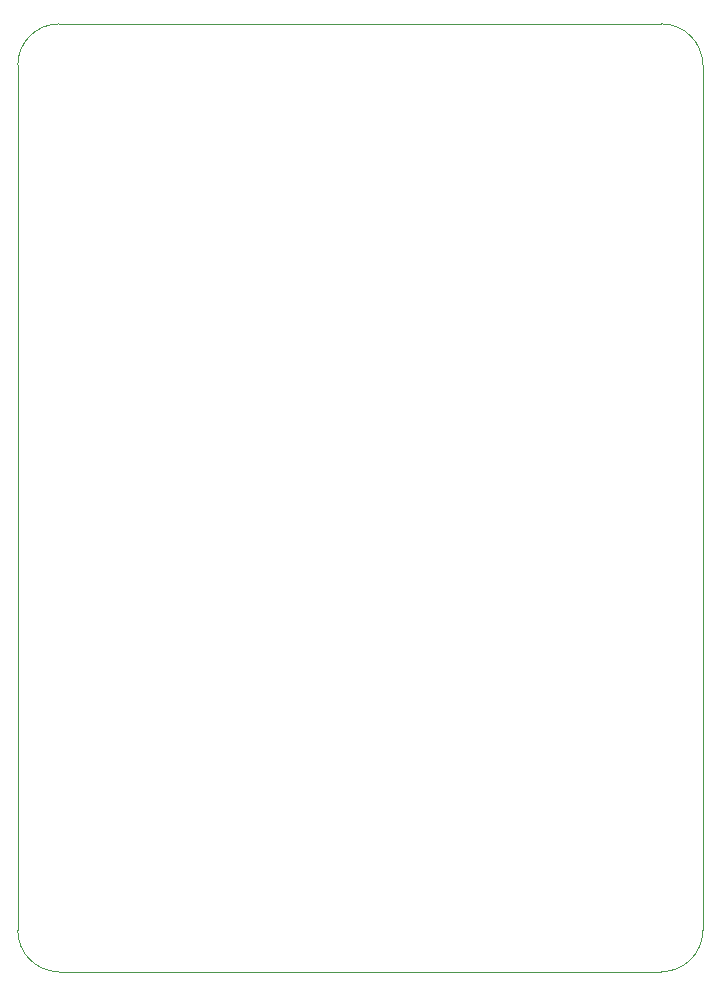
<source format=gbr>
%TF.GenerationSoftware,KiCad,Pcbnew,9.0.6*%
%TF.CreationDate,2025-12-09T00:58:21-06:00*%
%TF.ProjectId,Mixed_Signal_generator_analyzer,4d697865-645f-4536-9967-6e616c5f6765,rev?*%
%TF.SameCoordinates,Original*%
%TF.FileFunction,Profile,NP*%
%FSLAX46Y46*%
G04 Gerber Fmt 4.6, Leading zero omitted, Abs format (unit mm)*
G04 Created by KiCad (PCBNEW 9.0.6) date 2025-12-09 00:58:21*
%MOMM*%
%LPD*%
G01*
G04 APERTURE LIST*
%TA.AperFunction,Profile*%
%ADD10C,0.100000*%
%TD*%
G04 APERTURE END LIST*
D10*
X143500000Y-127500000D02*
G75*
G02*
X140000000Y-131000000I-3500000J0D01*
G01*
X85500000Y-54250000D02*
X85500000Y-127500000D01*
X89000000Y-131000000D02*
X140000000Y-131000000D01*
X89000000Y-131000000D02*
G75*
G02*
X85500000Y-127500000I0J3500000D01*
G01*
X140000000Y-50750000D02*
X89000000Y-50750000D01*
X140000000Y-50750000D02*
G75*
G02*
X143500000Y-54250000I0J-3500000D01*
G01*
X85500000Y-54250000D02*
G75*
G02*
X89000000Y-50750000I3500000J0D01*
G01*
X143500000Y-127500000D02*
X143500000Y-54250000D01*
M02*

</source>
